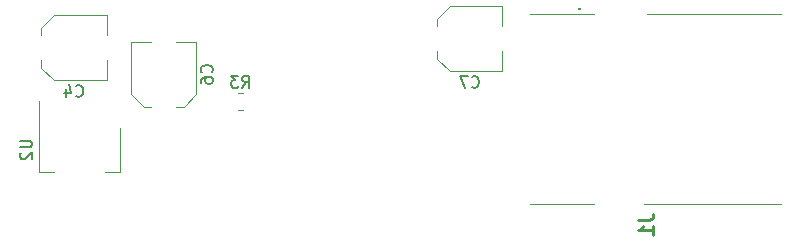
<source format=gbr>
G04 #@! TF.GenerationSoftware,KiCad,Pcbnew,(5.1.9)-1*
G04 #@! TF.CreationDate,2021-09-02T14:26:12+03:00*
G04 #@! TF.ProjectId,RPi_EthShield,5250695f-4574-4685-9368-69656c642e6b,rev?*
G04 #@! TF.SameCoordinates,Original*
G04 #@! TF.FileFunction,Legend,Bot*
G04 #@! TF.FilePolarity,Positive*
%FSLAX46Y46*%
G04 Gerber Fmt 4.6, Leading zero omitted, Abs format (unit mm)*
G04 Created by KiCad (PCBNEW (5.1.9)-1) date 2021-09-02 14:26:12*
%MOMM*%
%LPD*%
G01*
G04 APERTURE LIST*
%ADD10C,0.100000*%
%ADD11C,0.200000*%
%ADD12C,0.120000*%
%ADD13C,0.254000*%
%ADD14C,0.150000*%
G04 APERTURE END LIST*
D10*
X66310000Y-47517000D02*
X66310000Y-47517000D01*
X66310000Y-47517000D02*
X77960000Y-47517000D01*
X77960000Y-47517000D02*
X77960000Y-47517000D01*
X77960000Y-47517000D02*
X66310000Y-47517000D01*
X77960000Y-31477000D02*
X77960000Y-31477000D01*
X77960000Y-31477000D02*
X66560000Y-31477000D01*
X66560000Y-31477000D02*
X66560000Y-31477000D01*
X66560000Y-31477000D02*
X77960000Y-31477000D01*
X62060000Y-31477000D02*
X62060000Y-31477000D01*
X62060000Y-31477000D02*
X56660000Y-31477000D01*
X56660000Y-31477000D02*
X56660000Y-31477000D01*
X56660000Y-31477000D02*
X62060000Y-31477000D01*
X62060000Y-47517000D02*
X62060000Y-47517000D01*
X62060000Y-47517000D02*
X56660000Y-47517000D01*
X56660000Y-47517000D02*
X56660000Y-47517000D01*
X56660000Y-47517000D02*
X62060000Y-47517000D01*
D11*
X60810000Y-31002000D02*
X60810000Y-31002000D01*
X60910000Y-31002000D02*
X60910000Y-31002000D01*
X60810000Y-31002000D02*
X60810000Y-31002000D01*
X60910000Y-31002000D02*
G75*
G03*
X60810000Y-31002000I-50000J0D01*
G01*
X60810000Y-31002000D02*
G75*
G03*
X60910000Y-31002000I50000J0D01*
G01*
X60910000Y-31002000D02*
G75*
G03*
X60810000Y-31002000I-50000J0D01*
G01*
D12*
X15132000Y-38826000D02*
X15132000Y-44836000D01*
X21952000Y-41076000D02*
X21952000Y-44836000D01*
X15132000Y-44836000D02*
X16392000Y-44836000D01*
X21952000Y-44836000D02*
X20692000Y-44836000D01*
X32381564Y-39597000D02*
X31927436Y-39597000D01*
X32381564Y-38127000D02*
X31927436Y-38127000D01*
X48802000Y-31832437D02*
X49866437Y-30768000D01*
X48802000Y-35223563D02*
X49866437Y-36288000D01*
X48802000Y-35223563D02*
X48802000Y-34588000D01*
X48802000Y-31832437D02*
X48802000Y-32468000D01*
X49866437Y-30768000D02*
X54322000Y-30768000D01*
X49866437Y-36288000D02*
X54322000Y-36288000D01*
X54322000Y-36288000D02*
X54322000Y-34588000D01*
X54322000Y-30768000D02*
X54322000Y-32468000D01*
X23958437Y-39305500D02*
X22894000Y-38241063D01*
X27349563Y-39305500D02*
X28414000Y-38241063D01*
X27349563Y-39305500D02*
X26714000Y-39305500D01*
X23958437Y-39305500D02*
X24594000Y-39305500D01*
X22894000Y-38241063D02*
X22894000Y-33785500D01*
X28414000Y-38241063D02*
X28414000Y-33785500D01*
X28414000Y-33785500D02*
X26714000Y-33785500D01*
X22894000Y-33785500D02*
X24594000Y-33785500D01*
X15304500Y-32594437D02*
X16368937Y-31530000D01*
X15304500Y-35985563D02*
X16368937Y-37050000D01*
X15304500Y-35985563D02*
X15304500Y-35350000D01*
X15304500Y-32594437D02*
X15304500Y-33230000D01*
X16368937Y-31530000D02*
X20824500Y-31530000D01*
X16368937Y-37050000D02*
X20824500Y-37050000D01*
X20824500Y-37050000D02*
X20824500Y-35350000D01*
X20824500Y-31530000D02*
X20824500Y-33230000D01*
D13*
X65852523Y-48852666D02*
X66759666Y-48852666D01*
X66941095Y-48792190D01*
X67062047Y-48671238D01*
X67122523Y-48489809D01*
X67122523Y-48368857D01*
X67122523Y-50122666D02*
X67122523Y-49396952D01*
X67122523Y-49759809D02*
X65852523Y-49759809D01*
X66033952Y-49638857D01*
X66154904Y-49517904D01*
X66215380Y-49396952D01*
D14*
X13494380Y-42164095D02*
X14303904Y-42164095D01*
X14399142Y-42211714D01*
X14446761Y-42259333D01*
X14494380Y-42354571D01*
X14494380Y-42545047D01*
X14446761Y-42640285D01*
X14399142Y-42687904D01*
X14303904Y-42735523D01*
X13494380Y-42735523D01*
X13589619Y-43164095D02*
X13542000Y-43211714D01*
X13494380Y-43306952D01*
X13494380Y-43545047D01*
X13542000Y-43640285D01*
X13589619Y-43687904D01*
X13684857Y-43735523D01*
X13780095Y-43735523D01*
X13922952Y-43687904D01*
X14494380Y-43116476D01*
X14494380Y-43735523D01*
X32321166Y-37664380D02*
X32654500Y-37188190D01*
X32892595Y-37664380D02*
X32892595Y-36664380D01*
X32511642Y-36664380D01*
X32416404Y-36712000D01*
X32368785Y-36759619D01*
X32321166Y-36854857D01*
X32321166Y-36997714D01*
X32368785Y-37092952D01*
X32416404Y-37140571D01*
X32511642Y-37188190D01*
X32892595Y-37188190D01*
X31987833Y-36664380D02*
X31368785Y-36664380D01*
X31702119Y-37045333D01*
X31559261Y-37045333D01*
X31464023Y-37092952D01*
X31416404Y-37140571D01*
X31368785Y-37235809D01*
X31368785Y-37473904D01*
X31416404Y-37569142D01*
X31464023Y-37616761D01*
X31559261Y-37664380D01*
X31844976Y-37664380D01*
X31940214Y-37616761D01*
X31987833Y-37569142D01*
X51728666Y-37585142D02*
X51776285Y-37632761D01*
X51919142Y-37680380D01*
X52014380Y-37680380D01*
X52157238Y-37632761D01*
X52252476Y-37537523D01*
X52300095Y-37442285D01*
X52347714Y-37251809D01*
X52347714Y-37108952D01*
X52300095Y-36918476D01*
X52252476Y-36823238D01*
X52157238Y-36728000D01*
X52014380Y-36680380D01*
X51919142Y-36680380D01*
X51776285Y-36728000D01*
X51728666Y-36775619D01*
X51395333Y-36680380D02*
X50728666Y-36680380D01*
X51157238Y-37680380D01*
X29711142Y-36378833D02*
X29758761Y-36331214D01*
X29806380Y-36188357D01*
X29806380Y-36093119D01*
X29758761Y-35950261D01*
X29663523Y-35855023D01*
X29568285Y-35807404D01*
X29377809Y-35759785D01*
X29234952Y-35759785D01*
X29044476Y-35807404D01*
X28949238Y-35855023D01*
X28854000Y-35950261D01*
X28806380Y-36093119D01*
X28806380Y-36188357D01*
X28854000Y-36331214D01*
X28901619Y-36378833D01*
X28806380Y-37235976D02*
X28806380Y-37045500D01*
X28854000Y-36950261D01*
X28901619Y-36902642D01*
X29044476Y-36807404D01*
X29234952Y-36759785D01*
X29615904Y-36759785D01*
X29711142Y-36807404D01*
X29758761Y-36855023D01*
X29806380Y-36950261D01*
X29806380Y-37140738D01*
X29758761Y-37235976D01*
X29711142Y-37283595D01*
X29615904Y-37331214D01*
X29377809Y-37331214D01*
X29282571Y-37283595D01*
X29234952Y-37235976D01*
X29187333Y-37140738D01*
X29187333Y-36950261D01*
X29234952Y-36855023D01*
X29282571Y-36807404D01*
X29377809Y-36759785D01*
X18231166Y-38347142D02*
X18278785Y-38394761D01*
X18421642Y-38442380D01*
X18516880Y-38442380D01*
X18659738Y-38394761D01*
X18754976Y-38299523D01*
X18802595Y-38204285D01*
X18850214Y-38013809D01*
X18850214Y-37870952D01*
X18802595Y-37680476D01*
X18754976Y-37585238D01*
X18659738Y-37490000D01*
X18516880Y-37442380D01*
X18421642Y-37442380D01*
X18278785Y-37490000D01*
X18231166Y-37537619D01*
X17374023Y-37775714D02*
X17374023Y-38442380D01*
X17612119Y-37394761D02*
X17850214Y-38109047D01*
X17231166Y-38109047D01*
M02*

</source>
